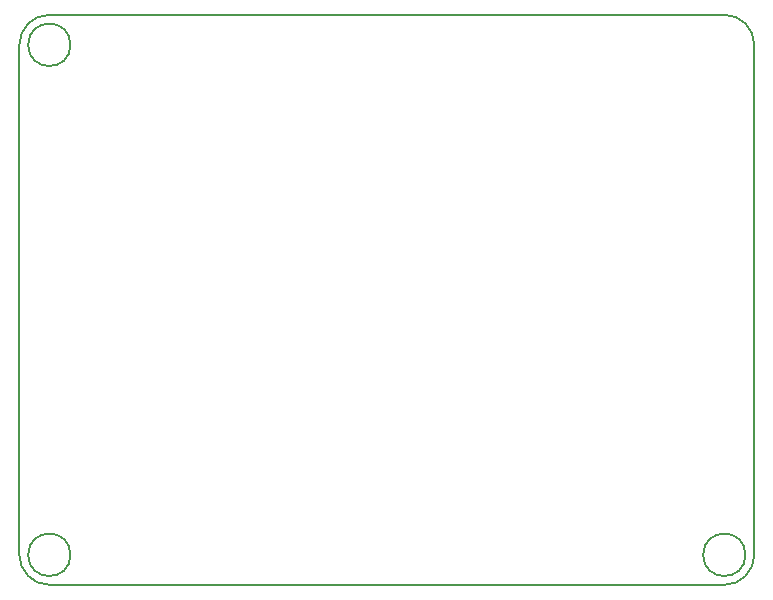
<source format=gbr>
G04 #@! TF.FileFunction,Profile,NP*
%FSLAX46Y46*%
G04 Gerber Fmt 4.6, Leading zero omitted, Abs format (unit mm)*
G04 Created by KiCad (PCBNEW 4.0.7) date 04/18/19 14:14:10*
%MOMM*%
%LPD*%
G01*
G04 APERTURE LIST*
%ADD10C,0.100000*%
%ADD11C,0.150000*%
G04 APERTURE END LIST*
D10*
D11*
X173246051Y-147320000D02*
G75*
G03X173246051Y-147320000I-1796051J0D01*
G01*
X171450000Y-149860000D02*
G75*
G03X173990000Y-147320000I0J2540000D01*
G01*
X173990000Y-104140000D02*
G75*
G03X171450000Y-101600000I-2540000J0D01*
G01*
X149860000Y-101600000D02*
X171450000Y-101600000D01*
X173990000Y-147320000D02*
X173990000Y-104140000D01*
X149860000Y-149860000D02*
X171450000Y-149860000D01*
X116096051Y-104140000D02*
G75*
G03X116096051Y-104140000I-1796051J0D01*
G01*
X116096051Y-147320000D02*
G75*
G03X116096051Y-147320000I-1796051J0D01*
G01*
X114300000Y-149860000D02*
X149860000Y-149860000D01*
X111760000Y-147320000D02*
G75*
G03X114300000Y-149860000I2540000J0D01*
G01*
X114300000Y-101600000D02*
G75*
G03X111760000Y-104140000I0J-2540000D01*
G01*
X149860000Y-101600000D02*
X114300000Y-101600000D01*
X111760000Y-104140000D02*
X111760000Y-147320000D01*
M02*

</source>
